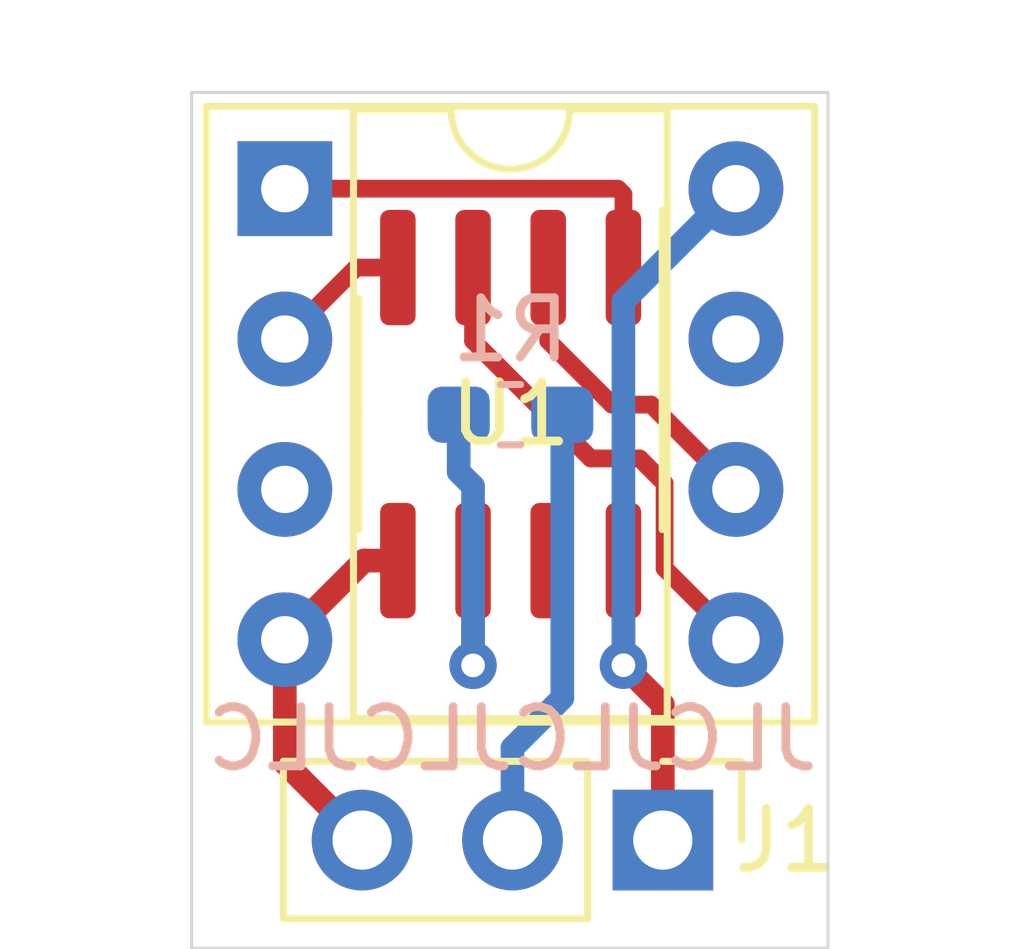
<source format=kicad_pcb>
(kicad_pcb (version 20171130) (host pcbnew "(5.1.9)-1")

  (general
    (thickness 1.6)
    (drawings 5)
    (tracks 40)
    (zones 0)
    (modules 4)
    (nets 12)
  )

  (page A3)
  (title_block
    (title SPI_to_MW_Adapter)
    (date 2021-07-05)
    (rev v1_2)
  )

  (layers
    (0 F.Cu signal)
    (31 B.Cu signal)
    (32 B.Adhes user)
    (33 F.Adhes user)
    (34 B.Paste user)
    (35 F.Paste user)
    (36 B.SilkS user)
    (37 F.SilkS user)
    (38 B.Mask user)
    (39 F.Mask user)
    (40 Dwgs.User user)
    (41 Cmts.User user)
    (42 Eco1.User user)
    (43 Eco2.User user)
    (44 Edge.Cuts user)
    (45 Margin user)
    (46 B.CrtYd user)
    (47 F.CrtYd user)
    (48 B.Fab user)
    (49 F.Fab user)
  )

  (setup
    (last_trace_width 0.3)
    (user_trace_width 0.3)
    (user_trace_width 0.4)
    (trace_clearance 0.2)
    (zone_clearance 0.508)
    (zone_45_only no)
    (trace_min 0.2)
    (via_size 0.8)
    (via_drill 0.4)
    (via_min_size 0.4)
    (via_min_drill 0.3)
    (uvia_size 0.3)
    (uvia_drill 0.1)
    (uvias_allowed no)
    (uvia_min_size 0.2)
    (uvia_min_drill 0.1)
    (edge_width 0.05)
    (segment_width 0.2)
    (pcb_text_width 0.3)
    (pcb_text_size 1.5 1.5)
    (mod_edge_width 0.12)
    (mod_text_size 1 1)
    (mod_text_width 0.15)
    (pad_size 1.524 1.524)
    (pad_drill 0.762)
    (pad_to_mask_clearance 0)
    (aux_axis_origin 0 0)
    (visible_elements 7FFFFFFF)
    (pcbplotparams
      (layerselection 0x010fc_ffffffff)
      (usegerberextensions false)
      (usegerberattributes true)
      (usegerberadvancedattributes true)
      (creategerberjobfile true)
      (excludeedgelayer true)
      (linewidth 0.100000)
      (plotframeref false)
      (viasonmask false)
      (mode 1)
      (useauxorigin false)
      (hpglpennumber 1)
      (hpglpenspeed 20)
      (hpglpendiameter 15.000000)
      (psnegative false)
      (psa4output false)
      (plotreference true)
      (plotvalue true)
      (plotinvisibletext false)
      (padsonsilk false)
      (subtractmaskfromsilk false)
      (outputformat 1)
      (mirror false)
      (drillshape 1)
      (scaleselection 1)
      (outputdirectory ""))
  )

  (net 0 "")
  (net 1 VCC)
  (net 2 "Net-(J1-Pad2)")
  (net 3 GND)
  (net 4 ORG)
  (net 5 RST)
  (net 6 SCK)
  (net 7 MOSI)
  (net 8 MISO)
  (net 9 "Net-(U1-Pad7)")
  (net 10 "Net-(U2-Pad3)")
  (net 11 "Net-(U2-Pad7)")

  (net_class Default "This is the default net class."
    (clearance 0.2)
    (trace_width 0.25)
    (via_dia 0.8)
    (via_drill 0.4)
    (uvia_dia 0.3)
    (uvia_drill 0.1)
    (add_net GND)
    (add_net MISO)
    (add_net MOSI)
    (add_net "Net-(J1-Pad2)")
    (add_net "Net-(U1-Pad7)")
    (add_net "Net-(U2-Pad3)")
    (add_net "Net-(U2-Pad7)")
    (add_net ORG)
    (add_net RST)
    (add_net SCK)
    (add_net VCC)
  )

  (module Package_SO:SOIC-8_3.9x4.9mm_P1.27mm (layer F.Cu) (tedit 5D9F72B1) (tstamp 60E3E1E2)
    (at 208.4705 123.2662 270)
    (descr "SOIC, 8 Pin (JEDEC MS-012AA, https://www.analog.com/media/en/package-pcb-resources/package/pkg_pdf/soic_narrow-r/r_8.pdf), generated with kicad-footprint-generator ipc_gullwing_generator.py")
    (tags "SOIC SO")
    (path /60E49596)
    (attr smd)
    (fp_text reference U1 (at 0 0 180) (layer F.SilkS)
      (effects (font (size 1 1) (thickness 0.15)))
    )
    (fp_text value EEPROM-93C-SOIC-8 (at -6.1468 -0.02286 180) (layer F.Fab)
      (effects (font (size 1 1) (thickness 0.15)))
    )
    (fp_line (start 0 2.56) (end 1.95 2.56) (layer F.SilkS) (width 0.12))
    (fp_line (start 0 2.56) (end -1.95 2.56) (layer F.SilkS) (width 0.12))
    (fp_line (start 0 -2.56) (end 1.95 -2.56) (layer F.SilkS) (width 0.12))
    (fp_line (start 0 -2.56) (end -3.45 -2.56) (layer F.SilkS) (width 0.12))
    (fp_line (start -0.975 -2.45) (end 1.95 -2.45) (layer F.Fab) (width 0.1))
    (fp_line (start 1.95 -2.45) (end 1.95 2.45) (layer F.Fab) (width 0.1))
    (fp_line (start 1.95 2.45) (end -1.95 2.45) (layer F.Fab) (width 0.1))
    (fp_line (start -1.95 2.45) (end -1.95 -1.475) (layer F.Fab) (width 0.1))
    (fp_line (start -1.95 -1.475) (end -0.975 -2.45) (layer F.Fab) (width 0.1))
    (fp_line (start -3.7 -2.7) (end -3.7 2.7) (layer F.CrtYd) (width 0.05))
    (fp_line (start -3.7 2.7) (end 3.7 2.7) (layer F.CrtYd) (width 0.05))
    (fp_line (start 3.7 2.7) (end 3.7 -2.7) (layer F.CrtYd) (width 0.05))
    (fp_line (start 3.7 -2.7) (end -3.7 -2.7) (layer F.CrtYd) (width 0.05))
    (fp_text user %R (at 0 0 180) (layer F.Fab)
      (effects (font (size 0.98 0.98) (thickness 0.15)))
    )
    (pad 8 smd roundrect (at 2.475 -1.905 270) (size 1.95 0.6) (layers F.Cu F.Paste F.Mask) (roundrect_rratio 0.25)
      (net 1 VCC))
    (pad 7 smd roundrect (at 2.475 -0.635 270) (size 1.95 0.6) (layers F.Cu F.Paste F.Mask) (roundrect_rratio 0.25)
      (net 9 "Net-(U1-Pad7)"))
    (pad 6 smd roundrect (at 2.475 0.635 270) (size 1.95 0.6) (layers F.Cu F.Paste F.Mask) (roundrect_rratio 0.25)
      (net 4 ORG))
    (pad 5 smd roundrect (at 2.475 1.905 270) (size 1.95 0.6) (layers F.Cu F.Paste F.Mask) (roundrect_rratio 0.25)
      (net 3 GND))
    (pad 4 smd roundrect (at -2.475 1.905 270) (size 1.95 0.6) (layers F.Cu F.Paste F.Mask) (roundrect_rratio 0.25)
      (net 8 MISO))
    (pad 3 smd roundrect (at -2.475 0.635 270) (size 1.95 0.6) (layers F.Cu F.Paste F.Mask) (roundrect_rratio 0.25)
      (net 7 MOSI))
    (pad 2 smd roundrect (at -2.475 -0.635 270) (size 1.95 0.6) (layers F.Cu F.Paste F.Mask) (roundrect_rratio 0.25)
      (net 6 SCK))
    (pad 1 smd roundrect (at -2.475 -1.905 270) (size 1.95 0.6) (layers F.Cu F.Paste F.Mask) (roundrect_rratio 0.25)
      (net 5 RST))
    (model ${KISYS3DMOD}/Package_SO.3dshapes/SOIC-8_3.9x4.9mm_P1.27mm.wrl
      (at (xyz 0 0 0))
      (scale (xyz 1 1 1))
      (rotate (xyz 0 0 0))
    )
  )

  (module Connector_PinHeader_2.54mm:PinHeader_1x03_P2.54mm_Vertical (layer F.Cu) (tedit 59FED5CC) (tstamp 60E436CC)
    (at 211.04098 130.46202 270)
    (descr "Through hole straight pin header, 1x03, 2.54mm pitch, single row")
    (tags "Through hole pin header THT 1x03 2.54mm single row")
    (path /60E4B40B)
    (fp_text reference J1 (at 0.00508 -2.08026 180) (layer F.SilkS)
      (effects (font (size 1 1) (thickness 0.15)))
    )
    (fp_text value Conn_01x03 (at 2.59842 2.54762 180) (layer F.Fab) hide
      (effects (font (size 1 1) (thickness 0.15)))
    )
    (fp_line (start -0.635 -1.27) (end 1.27 -1.27) (layer F.Fab) (width 0.1))
    (fp_line (start 1.27 -1.27) (end 1.27 6.35) (layer F.Fab) (width 0.1))
    (fp_line (start 1.27 6.35) (end -1.27 6.35) (layer F.Fab) (width 0.1))
    (fp_line (start -1.27 6.35) (end -1.27 -0.635) (layer F.Fab) (width 0.1))
    (fp_line (start -1.27 -0.635) (end -0.635 -1.27) (layer F.Fab) (width 0.1))
    (fp_line (start -1.33 6.41) (end 1.33 6.41) (layer F.SilkS) (width 0.12))
    (fp_line (start -1.33 1.27) (end -1.33 6.41) (layer F.SilkS) (width 0.12))
    (fp_line (start 1.33 1.27) (end 1.33 6.41) (layer F.SilkS) (width 0.12))
    (fp_line (start -1.33 1.27) (end 1.33 1.27) (layer F.SilkS) (width 0.12))
    (fp_line (start -1.33 0) (end -1.33 -1.33) (layer F.SilkS) (width 0.12))
    (fp_line (start -1.33 -1.33) (end 0 -1.33) (layer F.SilkS) (width 0.12))
    (fp_line (start -1.8 -1.8) (end -1.8 6.85) (layer F.CrtYd) (width 0.05))
    (fp_line (start -1.8 6.85) (end 1.8 6.85) (layer F.CrtYd) (width 0.05))
    (fp_line (start 1.8 6.85) (end 1.8 -1.8) (layer F.CrtYd) (width 0.05))
    (fp_line (start 1.8 -1.8) (end -1.8 -1.8) (layer F.CrtYd) (width 0.05))
    (fp_text user %R (at 0 2.54) (layer F.Fab)
      (effects (font (size 1 1) (thickness 0.15)))
    )
    (pad 1 thru_hole rect (at 0 0 270) (size 1.7 1.7) (drill 1) (layers *.Cu *.Mask)
      (net 1 VCC))
    (pad 2 thru_hole oval (at 0 2.54 270) (size 1.7 1.7) (drill 1) (layers *.Cu *.Mask)
      (net 2 "Net-(J1-Pad2)"))
    (pad 3 thru_hole oval (at 0 5.08 270) (size 1.7 1.7) (drill 1) (layers *.Cu *.Mask)
      (net 3 GND))
    (model ${KISYS3DMOD}/Connector_PinHeader_2.54mm.3dshapes/PinHeader_1x03_P2.54mm_Vertical.wrl
      (at (xyz 0 0 0))
      (scale (xyz 1 1 1))
      (rotate (xyz 0 0 0))
    )
  )

  (module Resistor_SMD:R_0603_1608Metric_Pad1.05x0.95mm_HandSolder (layer B.Cu) (tedit 5B301BBD) (tstamp 60E33EA7)
    (at 208.46796 123.27636 180)
    (descr "Resistor SMD 0603 (1608 Metric), square (rectangular) end terminal, IPC_7351 nominal with elongated pad for handsoldering. (Body size source: http://www.tortai-tech.com/upload/download/2011102023233369053.pdf), generated with kicad-footprint-generator")
    (tags "resistor handsolder")
    (path /60E495BF)
    (attr smd)
    (fp_text reference R1 (at 0 1.43) (layer B.SilkS)
      (effects (font (size 1 1) (thickness 0.15)) (justify mirror))
    )
    (fp_text value 4.7K (at 0 -1.43) (layer B.Fab)
      (effects (font (size 1 1) (thickness 0.15)) (justify mirror))
    )
    (fp_line (start -0.8 -0.4) (end -0.8 0.4) (layer B.Fab) (width 0.1))
    (fp_line (start -0.8 0.4) (end 0.8 0.4) (layer B.Fab) (width 0.1))
    (fp_line (start 0.8 0.4) (end 0.8 -0.4) (layer B.Fab) (width 0.1))
    (fp_line (start 0.8 -0.4) (end -0.8 -0.4) (layer B.Fab) (width 0.1))
    (fp_line (start -0.171267 0.51) (end 0.171267 0.51) (layer B.SilkS) (width 0.12))
    (fp_line (start -0.171267 -0.51) (end 0.171267 -0.51) (layer B.SilkS) (width 0.12))
    (fp_line (start -1.65 -0.73) (end -1.65 0.73) (layer B.CrtYd) (width 0.05))
    (fp_line (start -1.65 0.73) (end 1.65 0.73) (layer B.CrtYd) (width 0.05))
    (fp_line (start 1.65 0.73) (end 1.65 -0.73) (layer B.CrtYd) (width 0.05))
    (fp_line (start 1.65 -0.73) (end -1.65 -0.73) (layer B.CrtYd) (width 0.05))
    (fp_text user %R (at 0 0) (layer B.Fab)
      (effects (font (size 0.4 0.4) (thickness 0.06)) (justify mirror))
    )
    (pad 1 smd roundrect (at -0.875 0 180) (size 1.05 0.95) (layers B.Cu B.Paste B.Mask) (roundrect_rratio 0.25)
      (net 2 "Net-(J1-Pad2)"))
    (pad 2 smd roundrect (at 0.875 0 180) (size 1.05 0.95) (layers B.Cu B.Paste B.Mask) (roundrect_rratio 0.25)
      (net 4 ORG))
    (model ${KISYS3DMOD}/Resistor_SMD.3dshapes/R_0603_1608Metric.wrl
      (at (xyz 0 0 0))
      (scale (xyz 1 1 1))
      (rotate (xyz 0 0 0))
    )
  )

  (module Package_DIP:DIP-8_W7.62mm_Socket (layer F.Cu) (tedit 5A02E8C5) (tstamp 60E33EEA)
    (at 204.655621 119.458141)
    (descr "8-lead though-hole mounted DIP package, row spacing 7.62 mm (300 mils), Socket")
    (tags "THT DIP DIL PDIP 2.54mm 7.62mm 300mil Socket")
    (path /60E49590)
    (fp_text reference U2 (at 3.81 3.808059) (layer F.SilkS) hide
      (effects (font (size 1 1) (thickness 0.15)))
    )
    (fp_text value SPI-25-SOIC-8 (at 3.81 9.95) (layer F.Fab) hide
      (effects (font (size 1 1) (thickness 0.15)))
    )
    (fp_line (start 1.635 -1.27) (end 6.985 -1.27) (layer F.Fab) (width 0.1))
    (fp_line (start 6.985 -1.27) (end 6.985 8.89) (layer F.Fab) (width 0.1))
    (fp_line (start 6.985 8.89) (end 0.635 8.89) (layer F.Fab) (width 0.1))
    (fp_line (start 0.635 8.89) (end 0.635 -0.27) (layer F.Fab) (width 0.1))
    (fp_line (start 0.635 -0.27) (end 1.635 -1.27) (layer F.Fab) (width 0.1))
    (fp_line (start -1.27 -1.33) (end -1.27 8.95) (layer F.Fab) (width 0.1))
    (fp_line (start -1.27 8.95) (end 8.89 8.95) (layer F.Fab) (width 0.1))
    (fp_line (start 8.89 8.95) (end 8.89 -1.33) (layer F.Fab) (width 0.1))
    (fp_line (start 8.89 -1.33) (end -1.27 -1.33) (layer F.Fab) (width 0.1))
    (fp_line (start 2.81 -1.33) (end 1.16 -1.33) (layer F.SilkS) (width 0.12))
    (fp_line (start 1.16 -1.33) (end 1.16 8.95) (layer F.SilkS) (width 0.12))
    (fp_line (start 1.16 8.95) (end 6.46 8.95) (layer F.SilkS) (width 0.12))
    (fp_line (start 6.46 8.95) (end 6.46 -1.33) (layer F.SilkS) (width 0.12))
    (fp_line (start 6.46 -1.33) (end 4.81 -1.33) (layer F.SilkS) (width 0.12))
    (fp_line (start -1.33 -1.39) (end -1.33 9.01) (layer F.SilkS) (width 0.12))
    (fp_line (start -1.33 9.01) (end 8.95 9.01) (layer F.SilkS) (width 0.12))
    (fp_line (start 8.95 9.01) (end 8.95 -1.39) (layer F.SilkS) (width 0.12))
    (fp_line (start 8.95 -1.39) (end -1.33 -1.39) (layer F.SilkS) (width 0.12))
    (fp_line (start -1.55 -1.6) (end -1.55 9.2) (layer F.CrtYd) (width 0.05))
    (fp_line (start -1.55 9.2) (end 9.15 9.2) (layer F.CrtYd) (width 0.05))
    (fp_line (start 9.15 9.2) (end 9.15 -1.6) (layer F.CrtYd) (width 0.05))
    (fp_line (start 9.15 -1.6) (end -1.55 -1.6) (layer F.CrtYd) (width 0.05))
    (fp_arc (start 3.81 -1.33) (end 2.81 -1.33) (angle -180) (layer F.SilkS) (width 0.12))
    (fp_text user %R (at 3.81 3.81) (layer F.Fab)
      (effects (font (size 1 1) (thickness 0.15)))
    )
    (pad 1 thru_hole rect (at 0 0) (size 1.6 1.6) (drill 0.8) (layers *.Cu *.Mask)
      (net 5 RST))
    (pad 5 thru_hole oval (at 7.62 7.62) (size 1.6 1.6) (drill 0.8) (layers *.Cu *.Mask)
      (net 7 MOSI))
    (pad 2 thru_hole oval (at 0 2.54) (size 1.6 1.6) (drill 0.8) (layers *.Cu *.Mask)
      (net 8 MISO))
    (pad 6 thru_hole oval (at 7.62 5.08) (size 1.6 1.6) (drill 0.8) (layers *.Cu *.Mask)
      (net 6 SCK))
    (pad 3 thru_hole oval (at 0 5.08) (size 1.6 1.6) (drill 0.8) (layers *.Cu *.Mask)
      (net 10 "Net-(U2-Pad3)"))
    (pad 7 thru_hole oval (at 7.62 2.54) (size 1.6 1.6) (drill 0.8) (layers *.Cu *.Mask)
      (net 11 "Net-(U2-Pad7)"))
    (pad 4 thru_hole oval (at 0 7.62) (size 1.6 1.6) (drill 0.8) (layers *.Cu *.Mask)
      (net 3 GND))
    (pad 8 thru_hole oval (at 7.62 0) (size 1.6 1.6) (drill 0.8) (layers *.Cu *.Mask)
      (net 1 VCC))
    (model ${KISYS3DMOD}/Package_DIP.3dshapes/DIP-8_W7.62mm_Socket.wrl
      (at (xyz 0 0 0))
      (scale (xyz 1 1 1))
      (rotate (xyz 0 0 0))
    )
  )

  (gr_text JLCJLCJLCJLC (at 208.49844 128.7526) (layer B.SilkS)
    (effects (font (size 1 1) (thickness 0.15)) (justify mirror))
  )
  (gr_line (start 203.08062 132.28828) (end 213.8299 132.28828) (layer Edge.Cuts) (width 0.05) (tstamp 60E4398D))
  (gr_line (start 203.08062 117.83314) (end 203.08062 132.28828) (layer Edge.Cuts) (width 0.05))
  (gr_line (start 213.8299 117.83314) (end 213.8299 132.28828) (layer Edge.Cuts) (width 0.05))
  (gr_line (start 203.08062 117.83314) (end 213.8299 117.83314) (layer Edge.Cuts) (width 0.05))

  (segment (start 210.41614 121.317622) (end 212.275621 119.458141) (width 0.4) (layer B.Cu) (net 1))
  (segment (start 210.3755 125.7412) (end 210.3755 127.508) (width 0.4) (layer F.Cu) (net 1))
  (via (at 210.3755 127.508) (size 0.8) (drill 0.4) (layers F.Cu B.Cu) (net 1))
  (segment (start 211.04098 128.17348) (end 210.3755 127.508) (width 0.4) (layer F.Cu) (net 1))
  (segment (start 211.04098 130.46202) (end 211.04098 128.17348) (width 0.4) (layer F.Cu) (net 1))
  (segment (start 210.3755 121.358262) (end 210.41614 121.317622) (width 0.4) (layer B.Cu) (net 1))
  (segment (start 210.3755 127.508) (end 210.3755 121.358262) (width 0.4) (layer B.Cu) (net 1))
  (segment (start 208.50098 128.905) (end 208.50098 130.46202) (width 0.4) (layer B.Cu) (net 2))
  (segment (start 209.34296 128.06302) (end 208.50098 128.905) (width 0.4) (layer B.Cu) (net 2))
  (segment (start 209.34296 123.27636) (end 209.34296 128.06302) (width 0.4) (layer B.Cu) (net 2))
  (segment (start 205.995102 125.73866) (end 204.655621 127.078141) (width 0.4) (layer F.Cu) (net 3))
  (segment (start 204.655621 129.156661) (end 205.96098 130.46202) (width 0.4) (layer F.Cu) (net 3))
  (segment (start 204.655621 127.078141) (end 204.655621 129.156661) (width 0.4) (layer F.Cu) (net 3))
  (segment (start 205.997642 125.7412) (end 205.995102 125.73866) (width 0.4) (layer F.Cu) (net 3))
  (segment (start 206.5655 125.7412) (end 205.997642 125.7412) (width 0.4) (layer F.Cu) (net 3))
  (segment (start 207.8355 125.7412) (end 207.8355 127.51054) (width 0.4) (layer F.Cu) (net 4))
  (via (at 207.8355 127.51054) (size 0.8) (drill 0.4) (layers F.Cu B.Cu) (net 4))
  (segment (start 207.8355 127.51054) (end 207.8355 124.4854) (width 0.4) (layer B.Cu) (net 4))
  (segment (start 207.59296 124.24286) (end 207.8355 124.4854) (width 0.4) (layer B.Cu) (net 4))
  (segment (start 207.59296 123.27636) (end 207.59296 124.24286) (width 0.4) (layer B.Cu) (net 4))
  (segment (start 204.66113 119.46365) (end 204.655621 119.458141) (width 0.3) (layer F.Cu) (net 5))
  (segment (start 210.3755 120.7912) (end 210.3755 119.55272) (width 0.3) (layer F.Cu) (net 5))
  (segment (start 210.280921 119.458141) (end 204.655621 119.458141) (width 0.3) (layer F.Cu) (net 5))
  (segment (start 210.3755 119.55272) (end 210.280921 119.458141) (width 0.3) (layer F.Cu) (net 5))
  (segment (start 211.657601 124.538141) (end 212.275621 124.538141) (width 0.3) (layer F.Cu) (net 6))
  (segment (start 209.1055 120.7912) (end 209.1055 122.02922) (width 0.3) (layer F.Cu) (net 6))
  (segment (start 212.275621 124.538141) (end 210.84366 123.10618) (width 0.3) (layer F.Cu) (net 6))
  (segment (start 210.18246 123.10618) (end 209.1055 122.02922) (width 0.3) (layer F.Cu) (net 6))
  (segment (start 210.84366 123.10618) (end 210.18246 123.10618) (width 0.3) (layer F.Cu) (net 6))
  (segment (start 207.87614 120.78866) (end 207.87614 121.516536) (width 0.3) (layer F.Cu) (net 7))
  (segment (start 207.8355 120.7912) (end 207.8355 121.519076) (width 0.3) (layer F.Cu) (net 7))
  (segment (start 207.8355 122.02922) (end 207.8355 120.7912) (width 0.3) (layer F.Cu) (net 7))
  (segment (start 209.82178 124.0155) (end 207.8355 122.02922) (width 0.3) (layer F.Cu) (net 7))
  (segment (start 210.64982 124.0155) (end 209.82178 124.0155) (width 0.3) (layer F.Cu) (net 7))
  (segment (start 212.275621 127.078141) (end 211.07146 125.87398) (width 0.3) (layer F.Cu) (net 7))
  (segment (start 211.07146 124.43714) (end 210.64982 124.0155) (width 0.3) (layer F.Cu) (net 7))
  (segment (start 211.07146 125.87398) (end 211.07146 124.43714) (width 0.3) (layer F.Cu) (net 7))
  (segment (start 205.865102 120.78866) (end 204.655621 121.998141) (width 0.3) (layer F.Cu) (net 8))
  (segment (start 205.867642 120.7912) (end 205.865102 120.78866) (width 0.3) (layer F.Cu) (net 8))
  (segment (start 206.5655 120.7912) (end 205.867642 120.7912) (width 0.3) (layer F.Cu) (net 8))

)

</source>
